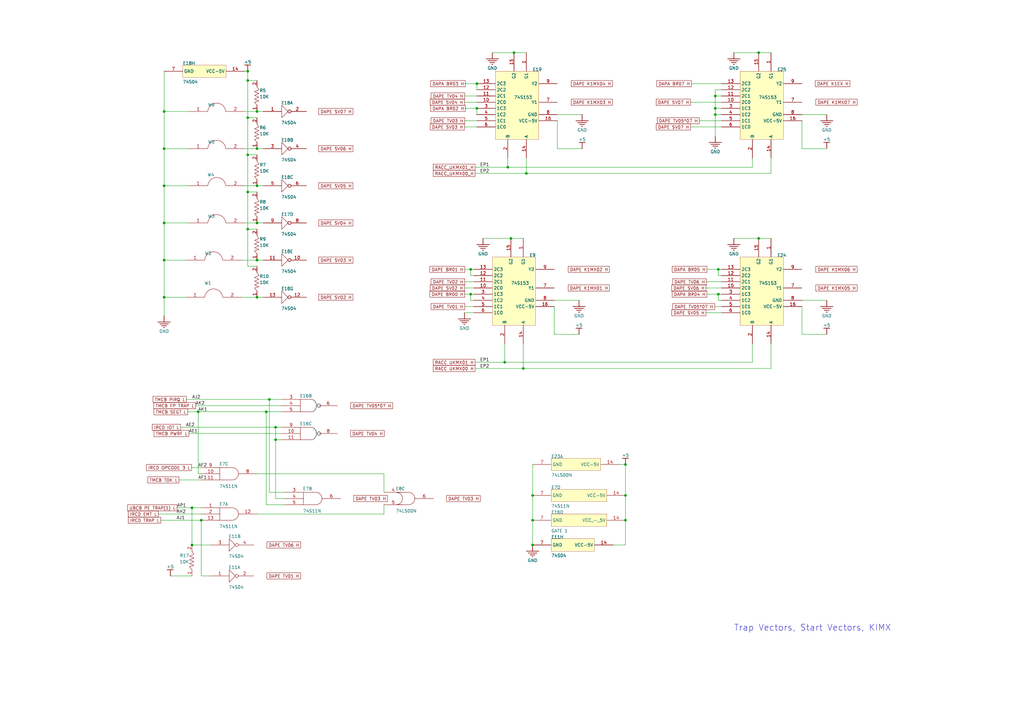
<source format=kicad_sch>
(kicad_sch (version 20250114) (generator "eeschema") (generator_version "9.0")
  (paper "A3")
  (title_block (title "TRAP VECTORS") (date "2025-01-19") (rev "1"))
  (lib_symbols
    (symbol "PDP 11 45-altium-import:+5_BAR" (power)
      (property "Value" "+5" (at 0 -3.81 0))
      (symbol "+5_BAR_0_0"
        (polyline (pts (xy -1.27 -2.54) (xy 1.27 -2.54)) (stroke (width 0.254)))
        (polyline (pts (xy 0 0) (xy 0 -2.54)) (stroke (width 0.254)))
        (pin power_in line (at 0 0 0) (length 0) (hide yes) (name "+5") (number ""))
      )
    )
    (symbol "PDP 11 45-altium-import:GND_POWER_GROUND" (power)
      (property "Value" "GND" (at 0 -6.35 0))
      (symbol "GND_POWER_GROUND_0_0"
        (polyline (pts (xy -2.54 -2.54) (xy 2.54 -2.54)) (stroke (width 0.254)))
        (polyline (pts (xy -1.778 -3.302) (xy 1.778 -3.302)) (stroke (width 0.254)))
        (polyline (pts (xy -1.016 -4.064) (xy 1.016 -4.064)) (stroke (width 0.254)))
        (polyline (pts (xy -0.254 -4.826) (xy 0.254 -4.826)) (stroke (width 0.254)))
        (polyline (pts (xy 0 0) (xy 0 -2.54)) (stroke (width 0.254)))
        (pin power_in line (at 0 0 0) (length 0) (hide yes) (name "GND") (number ""))
      )
    )
    (symbol "PDP 11 45-altium-import:root_0_74LS00N"
      (symbol "root_0_74LS00N_1_0"
        (rectangle (start 20.32 5.08) (end 0 0) (stroke (width 0.0254) (color 128 0 0 1)) (fill (type background)))
        (pin passive line (at -7.62 2.54 0) (length 7.62) (name "GND") (number "7"))
        (pin passive line (at 27.94 2.54 180) (length 7.62) (name "VCC-5V") (number "14"))
      )
      (symbol "root_0_74LS00N_2_0"
        (polyline (pts (xy 0 5.08) (xy 5.08 5.08)))
        (arc (start 0.0939 5.0412) (mid 2.503 2.5416) (end 0.097 0.0389))
        (polyline (pts (xy 0 0) (xy 5.08 0)))
        (arc (start 5.1739 5.0412) (mid 7.583 2.5416) (end 5.177 0.0389))
        (pin passive line (at -5.08 5.08 0) (length 7.62) (name "A1") (number "1"))
        (pin passive line (at -5.08 0 0) (length 7.62) (name "B1") (number "2"))
        (pin passive line (at 15.24 2.54 180) (length 7.62) (name "Y1") (number "3"))
      )
      (symbol "root_0_74LS00N_3_0"
        (polyline (pts (xy 0 5.08) (xy 5.08 5.08)))
        (arc (start 0.0939 5.0412) (mid 2.503 2.5416) (end 0.097 0.0389))
        (polyline (pts (xy 0 0) (xy 5.08 0)))
        (arc (start 5.1739 5.0412) (mid 7.583 2.5416) (end 5.177 0.0389))
        (pin passive line (at -5.08 5.08 0) (length 7.62) (name "A2") (number "4"))
        (pin passive line (at -5.08 0 0) (length 7.62) (name "B2") (number "5"))
        (pin passive line (at 15.24 2.54 180) (length 7.62) (name "Y2") (number "6"))
      )
      (symbol "root_0_74LS00N_4_0"
        (polyline (pts (xy 0 5.08) (xy 5.08 5.08)))
        (arc (start 0.0939 5.0412) (mid 2.503 2.5416) (end 0.097 0.0389))
        (polyline (pts (xy 0 0) (xy 5.08 0)))
        (arc (start 5.1739 5.0412) (mid 7.583 2.5416) (end 5.177 0.0389))
        (pin passive line (at -5.08 5.08 0) (length 7.62) (name "B3") (number "10"))
        (pin passive line (at -5.08 0 0) (length 7.62) (name "A3") (number "9"))
        (pin passive line (at 15.24 2.54 180) (length 7.62) (name "Y3") (number "8"))
      )
      (symbol "root_0_74LS00N_5_0"
        (polyline (pts (xy 0 5.08) (xy 5.08 5.08)))
        (arc (start 0.0939 5.0412) (mid 2.503 2.5416) (end 0.097 0.0389))
        (polyline (pts (xy 0 0) (xy 5.08 0)))
        (arc (start 5.1739 5.0412) (mid 7.583 2.5416) (end 5.177 0.0389))
        (pin passive line (at -5.08 5.08 0) (length 7.62) (name "A4") (number "12"))
        (pin passive line (at -5.08 0 0) (length 7.62) (name "B4") (number "13"))
        (pin passive line (at 15.24 2.54 180) (length 7.62) (name "Y4") (number "11"))
      )
    )
    (symbol "PDP 11 45-altium-import:root_0_74S04"
      (symbol "root_0_74S04_1_0"
        (polyline (pts (xy 7.62 -2.54) (xy 7.62 2.54) (xy 10.16 0) (xy 7.62 -2.54)))
        (pin input line (at 0 0 0) (length 7.62) (name "1A") (number "1"))
        (pin passive inverted (at 17.78 0 180) (length 7.62) (name "1Y") (number "2"))
      )
      (symbol "root_0_74S04_2_0"
        (polyline (pts (xy 7.62 -2.54) (xy 7.62 2.54) (xy 10.16 0) (xy 7.62 -2.54)))
        (pin input line (at 0 0 0) (length 7.62) (name "1A") (number "3"))
        (pin passive inverted (at 17.78 0 180) (length 7.62) (name "1Y") (number "4"))
      )
      (symbol "root_0_74S04_3_0"
        (polyline (pts (xy 7.62 -2.54) (xy 7.62 2.54) (xy 10.16 0) (xy 7.62 -2.54)))
        (pin input line (at 0 0 0) (length 7.62) (name "3A") (number "5"))
        (pin passive inverted (at 17.78 0 180) (length 7.62) (name "3Y") (number "6"))
      )
      (symbol "root_0_74S04_4_0"
        (polyline (pts (xy 7.62 -2.54) (xy 7.62 2.54) (xy 10.16 0) (xy 7.62 -2.54)))
        (pin input line (at 0 0 0) (length 7.62) (name "4A") (number "9"))
        (pin passive inverted (at 17.78 0 180) (length 7.62) (name "4Y") (number "8"))
      )
      (symbol "root_0_74S04_5_0"
        (polyline (pts (xy 7.62 -2.54) (xy 7.62 2.54) (xy 10.16 0) (xy 7.62 -2.54)))
        (pin input line (at 0 0 0) (length 7.62) (name "5A") (number "11"))
        (pin passive inverted (at 17.78 0 180) (length 7.62) (name "5Y") (number "10"))
      )
      (symbol "root_0_74S04_7_0"
        (polyline (pts (xy 7.62 -2.54) (xy 7.62 2.54) (xy 10.16 0) (xy 7.62 -2.54)))
        (pin input line (at 0 0 0) (length 7.62) (name "6A") (number "13"))
        (pin passive inverted (at 17.78 0 180) (length 7.62) (name "6Y") (number "12"))
      )
      (symbol "root_0_74S04_8_0"
        (rectangle (start 17.78 2.54) (end 0 -2.54) (stroke (width 0.0254) (color 128 0 0 1)) (fill (type background)))
        (pin passive line (at -7.62 0 0) (length 7.62) (name "GND") (number "7"))
        (pin passive line (at 25.4 0 180) (length 7.62) (name "VCC-5V") (number "14"))
      )
    )
    (symbol "PDP 11 45-altium-import:root_0_74S10"
      (symbol "root_0_74S10_1_0"
        (polyline (pts (xy 0 5.08) (xy 5.08 5.08)))
        (polyline (pts (xy 0 5.08) (xy 0 0)))
        (polyline (pts (xy 0 0) (xy 5.08 0)))
        (arc (start 5.2061 4.9717) (mid 6.614 2.5424) (end 5.2102 0.1106) (stroke (width 0) (color 0 0 0 1)))
        (circle (center 7.62 2.54) (radius 0.702) (stroke (width 0) (color 0 0 0 1)))
        (pin passive line (at -7.62 5.08 0) (length 7.62) (name "A1") (number "1"))
        (pin passive line (at -7.62 2.54 0) (length 7.62) (name "B1") (number "2"))
        (pin passive line (at -7.62 0 0) (length 7.62) (name "C1") (number "13"))
        (pin passive line (at 15.24 2.54 180) (length 7.62) (name "Y1") (number "12"))
      )
      (symbol "root_0_74S10_2_0"
        (polyline (pts (xy 0 5.08) (xy 5.08 5.08)))
        (polyline (pts (xy 0 5.08) (xy 0 0)))
        (polyline (pts (xy 0 0) (xy 5.08 0)))
        (arc (start 5.2061 4.9717) (mid 6.614 2.5424) (end 5.2102 0.1106) (stroke (width 0) (color 0 0 0 1)))
        (circle (center 7.62 2.54) (radius 0.702) (stroke (width 0) (color 0 0 0 1)))
        (pin passive line (at -7.62 5.08 0) (length 7.62) (name "A2") (number "3"))
        (pin passive line (at -7.62 2.54 0) (length 7.62) (name "B2") (number "4"))
        (pin passive line (at -7.62 0 0) (length 7.62) (name "C2") (number "5"))
        (pin passive line (at 15.24 2.54 180) (length 7.62) (name "Y2") (number "6"))
      )
      (symbol "root_0_74S10_3_0"
        (polyline (pts (xy 0 5.08) (xy 0 0)))
        (polyline (pts (xy 0 5.08) (xy 5.08 5.08)))
        (polyline (pts (xy 0 0) (xy 5.08 0)))
        (arc (start 5.2061 4.9717) (mid 6.614 2.5424) (end 5.2102 0.1106) (stroke (width 0) (color 0 0 0 1)))
        (circle (center 7.62 2.54) (radius 0.702) (stroke (width 0) (color 0 0 0 1)))
        (pin passive line (at -7.62 5.08 0) (length 7.62) (name "A3") (number "9"))
        (pin passive line (at -7.62 2.54 0) (length 7.62) (name "B3") (number "10"))
        (pin passive line (at -7.62 0 0) (length 7.62) (name "C3") (number "11"))
        (pin passive line (at 15.24 2.54 180) (length 7.62) (name "Y3") (number "8"))
      )
      (symbol "root_0_74S10_4_0"
        (rectangle (start 22.86 5.08) (end 0 0) (stroke (width 0.0254) (color 128 0 0 1)) (fill (type background)))
        (pin passive line (at -7.62 2.54 0) (length 7.62) (name "GND") (number "7"))
        (pin passive line (at 30.48 2.54 180) (length 7.62) (name "VCC_-_5V") (number "14"))
      )
    )
    (symbol "PDP 11 45-altium-import:root_0_74S11N"
      (symbol "root_0_74S11N_1_0"
        (polyline (pts (xy 50.8 25.4) (xy 45.72 25.4) (xy 45.72 20.32) (xy 50.8 20.32)))
        (arc (start 50.9279 25.3898) (mid 53.333 22.8614) (end 50.9307 20.3304))
        (pin passive line (at 38.1 25.4 0) (length 7.62) (name "1A") (number "1"))
        (pin passive line (at 38.1 22.86 0) (length 7.62) (name "1B") (number "2"))
        (pin passive line (at 38.1 20.32 0) (length 7.62) (name "1C") (number "13"))
        (pin passive line (at 60.96 22.86 180) (length 7.62) (name "1Y") (number "12"))
      )
      (symbol "root_0_74S11N_2_0"
        (polyline (pts (xy 5.08 5.08) (xy 0 5.08) (xy 0 0) (xy 5.08 0)))
        (arc (start 5.2079 5.0698) (mid 7.613 2.5414) (end 5.2107 0.0104))
        (pin passive line (at -7.62 5.08 0) (length 7.62) (name "2A") (number "3"))
        (pin passive line (at -7.62 2.54 0) (length 7.62) (name "2B") (number "4"))
        (pin passive line (at -7.62 0 0) (length 7.62) (name "2C") (number "5"))
        (pin passive line (at 15.24 2.54 180) (length 7.62) (name "2Y") (number "6"))
      )
      (symbol "root_0_74S11N_3_0"
        (polyline (pts (xy 5.08 5.08) (xy 0 5.08) (xy 0 0) (xy 5.08 0)))
        (arc (start 5.2079 5.0698) (mid 7.613 2.5414) (end 5.2107 0.0104))
        (pin passive line (at -7.62 5.08 0) (length 7.62) (name "3A") (number "9"))
        (pin passive line (at -7.62 2.54 0) (length 7.62) (name "3B") (number "10"))
        (pin passive line (at -7.62 0 0) (length 7.62) (name "3C") (number "11"))
        (pin passive line (at 15.24 2.54 180) (length 7.62) (name "3Y") (number "8"))
      )
      (symbol "root_0_74S11N_4_0"
        (rectangle (start 22.86 5.08) (end 0 0) (stroke (width 0.0254) (color 128 0 0 1)) (fill (type background)))
        (pin passive line (at -7.62 2.54 0) (length 7.62) (name "GND") (number "7"))
        (pin passive line (at 30.48 2.54 180) (length 7.62) (name "VCC-5V") (number "14"))
      )
    )
    (symbol "PDP 11 45-altium-import:root_0_74S153"
      (symbol "root_0_74S153_1_0"
        (rectangle (start 27.94 27.94) (end 10.16 0) (stroke (width 0.0254) (color 128 0 0 1)) (fill (type background)))
        (pin passive line (at 2.54 22.86 0) (length 7.62) (name "2C3") (number "13"))
        (pin passive line (at 2.54 20.32 0) (length 7.62) (name "2C2") (number "12"))
        (pin passive line (at 2.54 17.78 0) (length 7.62) (name "2C1") (number "11"))
        (pin passive line (at 2.54 15.24 0) (length 7.62) (name "2C0") (number "10"))
        (pin passive line (at 2.54 12.7 0) (length 7.62) (name "1C3") (number "3"))
        (pin passive line (at 2.54 10.16 0) (length 7.62) (name "1C2") (number "4"))
        (pin passive line (at 2.54 7.62 0) (length 7.62) (name "1C1") (number "5"))
        (pin passive line (at 2.54 5.08 0) (length 7.62) (name "1C0") (number "6"))
        (pin passive line (at 15.24 -7.62 90) (length 7.62) (name "B") (number "2"))
        (pin passive line (at 17.78 35.56 270) (length 7.62) (name "G2") (number "15"))
        (pin passive line (at 22.86 35.56 270) (length 7.62) (name "G1") (number "1"))
        (pin passive line (at 22.86 -7.62 90) (length 7.62) (name "A") (number "14"))
        (pin passive line (at 35.56 22.86 180) (length 7.62) (name "Y2") (number "9"))
        (pin passive line (at 35.56 15.24 180) (length 7.62) (name "Y1") (number "7"))
        (pin passive line (at 35.56 10.16 180) (length 7.62) (name "GND") (number "8"))
        (pin passive line (at 35.56 7.62 180) (length 7.62) (name "VCC-5V") (number "16"))
      )
    )
    (symbol "PDP 11 45-altium-import:root_0_Component_1" (pin_names (hide yes))
      (symbol "root_0_Component_1_1_0"
        (arc (start 7.765 -0.0112) (mid 11.4256 3.419) (end 15.0944 -0.0025))
        (pin passive line (at 0 0 0) (length 7.62) (name "1") (number "1"))
        (pin passive line (at 22.86 0 180) (length 7.62) (name "2") (number "2"))
      )
    )
    (symbol "PDP 11 45-altium-import:root_1_Resistor" (pin_names (hide yes))
      (symbol "root_1_Resistor_1_0"
        (polyline (pts (xy 0.762 8.89) (xy 0 10.16)))
        (polyline (pts (xy 0.762 7.366) (xy -1.016 6.604)))
        (polyline (pts (xy 0.762 7.366) (xy -1.016 8.128) (xy 0.762 8.89)))
        (polyline (pts (xy 0.762 4.318) (xy -1.016 5.08) (xy 0.762 5.842) (xy -1.016 6.604)))
        (polyline (pts (xy 0.762 4.318) (xy -1.016 3.81) (xy 0 2.54)))
        (pin passive line (at 0 12.7 270) (length 2.54) (name "") (number "2"))
        (pin passive line (at 0 0 90) (length 2.54) (name "") (number "1"))
      )
    )
  )
  (text "Trap Vectors, Start Vectors, KIMX" (at 300.99 259.08 0) (effects (font (size 2.54 2.54)) (justify left bottom)))
  (junction (at 101.6 29.21))
  (junction (at 101.6 78.74))
  (junction (at 67.31 106.68))
  (junction (at 193.04 110.49))
  (junction (at 195.58 44.45))
  (junction (at 67.31 91.44))
  (junction (at 193.04 120.65))
  (junction (at 105.41 121.92))
  (junction (at 256.54 203.2))
  (junction (at 67.31 60.96))
  (junction (at 208.28 68.58))
  (junction (at 82.55 213.36))
  (junction (at 293.37 46.99))
  (junction (at 294.64 120.65))
  (junction (at 218.44 213.36))
  (junction (at 105.41 60.96))
  (junction (at 110.49 163.83))
  (junction (at 101.6 48.26))
  (junction (at 105.41 45.72))
  (junction (at 195.58 34.29))
  (junction (at 311.15 97.79))
  (junction (at 67.31 121.92))
  (junction (at 209.55 97.79))
  (junction (at 67.31 76.2))
  (junction (at 113.03 180.34))
  (junction (at 215.9 71.12))
  (junction (at 293.37 44.45))
  (junction (at 101.6 93.98))
  (junction (at 218.44 223.52))
  (junction (at 207.01 148.59))
  (junction (at 214.63 151.13))
  (junction (at 256.54 213.36))
  (junction (at 105.41 91.44))
  (junction (at 210.82 21.59))
  (junction (at 105.41 106.68))
  (junction (at 256.54 190.5))
  (junction (at 67.31 45.72))
  (junction (at 105.41 76.2))
  (junction (at 293.37 39.37))
  (junction (at 78.74 208.28))
  (junction (at 109.22 168.91))
  (junction (at 78.74 223.52))
  (junction (at 218.44 203.2))
  (junction (at 294.64 110.49))
  (junction (at 113.03 175.26))
  (junction (at 81.28 168.91))
  (junction (at 101.6 33.02))
  (junction (at 311.15 21.59))
  (junction (at 101.6 63.5))
  (wire (pts (xy 238.76 46.99) (xy 228.6 46.99)))
  (wire (pts (xy 190.5 52.07) (xy 195.58 52.07)))
  (wire (pts (xy 193.04 123.19) (xy 194.31 123.19)))
  (wire (pts (xy 237.49 123.19) (xy 227.33 123.19)))
  (wire (pts (xy 109.22 207.01) (xy 109.22 168.91)))
  (wire (pts (xy 190.501 120.65) (xy 193.04 120.65)))
  (wire (pts (xy 67.31 121.92) (xy 67.31 129.54)))
  (wire (pts (xy 105.41 121.92) (xy 107.95 121.92)))
  (wire (pts (xy 81.28 168.91) (xy 109.22 168.91)))
  (wire (pts (xy 194.834 151.13) (xy 214.63 151.13)))
  (wire (pts (xy 101.6 48.26) (xy 101.6 63.5)))
  (wire (pts (xy 256.54 213.36) (xy 256.54 203.2)))
  (wire (pts (xy 339.09 123.19) (xy 328.93 123.19)))
  (wire (pts (xy 201.93 21.59) (xy 210.82 21.59)))
  (wire (pts (xy 82.55 236.22) (xy 86.36 236.22)))
  (wire (pts (xy 295.91 39.37) (xy 293.37 39.37)))
  (wire (pts (xy 308.61 148.59) (xy 308.61 140.97)))
  (wire (pts (xy 300.99 97.79) (xy 311.15 97.79)))
  (wire (pts (xy 218.44 213.36) (xy 218.44 223.52)))
  (wire (pts (xy 101.6 33.02) (xy 101.6 48.26)))
  (wire (pts (xy 194.834 71.12) (xy 215.9 71.12)))
  (wire (pts (xy 190.629 110.49) (xy 193.04 110.49)))
  (wire (pts (xy 67.31 45.72) (xy 67.31 60.96)))
  (wire (pts (xy 215.9 64.77) (xy 215.9 71.12)))
  (wire (pts (xy 208.28 68.58) (xy 308.61 68.58)))
  (wire (pts (xy 105.41 33.02) (xy 101.6 33.02)))
  (wire (pts (xy 105.41 194.31) (xy 157.48 194.31)))
  (wire (pts (xy 101.6 29.21) (xy 101.6 33.02)))
  (wire (pts (xy 76.963 168.91) (xy 81.28 168.91)))
  (wire (pts (xy 157.48 210.82) (xy 157.48 207.01)))
  (wire (pts (xy 311.15 97.79) (xy 316.23 97.79)))
  (wire (pts (xy 69.85 236.22) (xy 78.74 236.22)))
  (wire (pts (xy 78.74 208.28) (xy 78.74 223.52)))
  (wire (pts (xy 101.6 93.98) (xy 101.6 109.22)))
  (wire (pts (xy 283.594 34.29) (xy 295.91 34.29)))
  (wire (pts (xy 283.211 52.07) (xy 295.91 52.07)))
  (wire (pts (xy 65.911 213.36) (xy 82.55 213.36)))
  (wire (pts (xy 293.127 125.73) (xy 295.91 125.73)))
  (wire (pts (xy 256.54 190.5) (xy 256.54 203.2)))
  (wire (pts (xy 194.834 148.59) (xy 207.01 148.59)))
  (wire (pts (xy 193.04 110.49) (xy 193.04 113.03)))
  (wire (pts (xy 328.93 137.16) (xy 328.93 125.73)))
  (wire (pts (xy 209.55 97.79) (xy 214.63 97.79)))
  (wire (pts (xy 105.41 106.68) (xy 107.95 106.68)))
  (wire (pts (xy 78.74 223.52) (xy 86.36 223.52)))
  (wire (pts (xy 289.687 115.57) (xy 295.91 115.57)))
  (wire (pts (xy 207.01 148.59) (xy 308.61 148.59)))
  (wire (pts (xy 101.6 109.22) (xy 105.41 109.22)))
  (wire (pts (xy 208.28 64.77) (xy 208.28 68.58)))
  (wire (pts (xy 82.55 213.36) (xy 82.55 236.22)))
  (wire (pts (xy 113.03 180.34) (xy 115.57 180.34)))
  (wire (pts (xy 78.74 208.28) (xy 82.55 208.28)))
  (wire (pts (xy 193.04 120.65) (xy 193.04 123.19)))
  (wire (pts (xy 157.48 194.31) (xy 157.48 201.93)))
  (wire (pts (xy 64.89 210.82) (xy 82.55 210.82)))
  (wire (pts (xy 99.06 121.92) (xy 105.41 121.92)))
  (wire (pts (xy 110.49 201.93) (xy 116.84 201.93)))
  (wire (pts (xy 289.944 120.65) (xy 294.64 120.65)))
  (wire (pts (xy 218.44 190.5) (xy 218.44 203.2)))
  (wire (pts (xy 207.01 140.97) (xy 207.01 148.59)))
  (wire (pts (xy 214.63 140.97) (xy 214.63 151.13)))
  (wire (pts (xy 228.6 60.96) (xy 228.6 49.53)))
  (wire (pts (xy 193.04 110.49) (xy 194.31 110.49)))
  (wire (pts (xy 105.41 78.74) (xy 101.6 78.74)))
  (wire (pts (xy 67.31 106.68) (xy 67.31 121.92)))
  (wire (pts (xy 67.31 45.72) (xy 77.47 45.72)))
  (wire (pts (xy 190.627 115.57) (xy 194.31 115.57)))
  (wire (pts (xy 237.49 137.16) (xy 227.33 137.16)))
  (wire (pts (xy 67.31 60.96) (xy 67.31 76.2)))
  (wire (pts (xy 73.402 196.85) (xy 82.55 196.85)))
  (wire (pts (xy 110.49 163.83) (xy 110.49 201.93)))
  (wire (pts (xy 195.58 34.29) (xy 195.58 36.83)))
  (wire (pts (xy 238.76 60.96) (xy 228.6 60.96)))
  (wire (pts (xy 101.6 63.5) (xy 101.6 78.74)))
  (wire (pts (xy 256.54 190.5) (xy 254 190.5)))
  (wire (pts (xy 251.46 223.52) (xy 256.54 223.52)))
  (wire (pts (xy 293.37 36.83) (xy 293.37 39.37)))
  (wire (pts (xy 339.09 46.99) (xy 328.93 46.99)))
  (wire (pts (xy 289.561 118.11) (xy 295.91 118.11)))
  (wire (pts (xy 105.41 210.82) (xy 157.48 210.82)))
  (wire (pts (xy 76.2 121.92) (xy 67.31 121.92)))
  (wire (pts (xy 195.58 44.45) (xy 195.58 46.99)))
  (wire (pts (xy 214.63 151.13) (xy 316.23 151.13)))
  (wire (pts (xy 227.33 137.16) (xy 227.33 125.73)))
  (wire (pts (xy 105.41 45.72) (xy 107.95 45.72)))
  (wire (pts (xy 100.33 76.2) (xy 105.41 76.2)))
  (wire (pts (xy 194.834 68.58) (xy 208.28 68.58)))
  (wire (pts (xy 198.12 97.79) (xy 209.55 97.79)))
  (wire (pts (xy 294.64 110.49) (xy 295.91 110.49)))
  (wire (pts (xy 193.04 113.03) (xy 194.31 113.03)))
  (wire (pts (xy 81.28 194.31) (xy 82.55 194.31)))
  (wire (pts (xy 190.5 44.45) (xy 195.58 44.45)))
  (wire (pts (xy 190.627 125.73) (xy 194.31 125.73)))
  (wire (pts (xy 100.33 45.72) (xy 105.41 45.72)))
  (wire (pts (xy 218.44 203.2) (xy 218.44 213.36)))
  (wire (pts (xy 294.64 113.03) (xy 295.91 113.03)))
  (wire (pts (xy 289.944 110.49) (xy 294.64 110.49)))
  (wire (pts (xy 295.91 46.99) (xy 293.37 46.99)))
  (wire (pts (xy 190.5 49.53) (xy 195.58 49.53)))
  (wire (pts (xy 293.37 44.45) (xy 293.37 46.99)))
  (wire (pts (xy 99.06 106.68) (xy 105.41 106.68)))
  (wire (pts (xy 308.61 68.58) (xy 308.61 64.77)))
  (wire (pts (xy 105.41 60.96) (xy 100.33 60.96)))
  (wire (pts (xy 110.49 163.83) (xy 115.57 163.83)))
  (wire (pts (xy 101.6 48.26) (xy 105.41 48.26)))
  (wire (pts (xy 293.37 39.37) (xy 293.37 44.45)))
  (wire (pts (xy 76.2 106.68) (xy 67.31 106.68)))
  (wire (pts (xy 105.41 91.44) (xy 100.33 91.44)))
  (wire (pts (xy 74.03 175.26) (xy 113.03 175.26)))
  (wire (pts (xy 67.31 29.21) (xy 67.31 45.72)))
  (wire (pts (xy 78.564 191.77) (xy 82.55 191.77)))
  (wire (pts (xy 190.501 118.11) (xy 194.31 118.11)))
  (wire (pts (xy 295.91 36.83) (xy 293.37 36.83)))
  (wire (pts (xy 311.15 21.59) (xy 316.23 21.59)))
  (wire (pts (xy 294.64 120.65) (xy 294.64 123.19)))
  (wire (pts (xy 67.31 91.44) (xy 67.31 106.68)))
  (wire (pts (xy 295.91 44.45) (xy 293.37 44.45)))
  (wire (pts (xy 294.64 120.65) (xy 295.91 120.65)))
  (wire (pts (xy 339.09 137.16) (xy 328.93 137.16)))
  (wire (pts (xy 316.23 71.12) (xy 316.23 64.77)))
  (wire (pts (xy 76.454 163.83) (xy 110.49 163.83)))
  (wire (pts (xy 101.6 78.74) (xy 101.6 93.98)))
  (wire (pts (xy 100.33 29.21) (xy 101.6 29.21)))
  (wire (pts (xy 256.54 223.52) (xy 256.54 213.36)))
  (wire (pts (xy 190.5 128.27) (xy 194.31 128.27)))
  (wire (pts (xy 113.03 180.34) (xy 113.03 204.47)))
  (wire (pts (xy 81.28 168.91) (xy 81.28 194.31)))
  (wire (pts (xy 190.5 41.91) (xy 195.58 41.91)))
  (wire (pts (xy 300.99 21.59) (xy 311.15 21.59)))
  (wire (pts (xy 107.95 60.96) (xy 105.41 60.96)))
  (wire (pts (xy 190.5 39.37) (xy 195.58 39.37)))
  (wire (pts (xy 107.95 91.44) (xy 105.41 91.44)))
  (wire (pts (xy 105.41 93.98) (xy 101.6 93.98)))
  (wire (pts (xy 113.03 175.26) (xy 113.03 180.34)))
  (wire (pts (xy 283.211 41.91) (xy 295.91 41.91)))
  (wire (pts (xy 67.31 76.2) (xy 67.31 91.44)))
  (wire (pts (xy 77.47 76.2) (xy 67.31 76.2)))
  (wire (pts (xy 210.82 21.59) (xy 215.9 21.59)))
  (wire (pts (xy 72.602 208.28) (xy 78.74 208.28)))
  (wire (pts (xy 294.64 123.19) (xy 295.91 123.19)))
  (wire (pts (xy 316.23 151.13) (xy 316.23 140.97)))
  (wire (pts (xy 328.93 60.96) (xy 328.93 49.53)))
  (wire (pts (xy 105.41 76.2) (xy 107.95 76.2)))
  (wire (pts (xy 116.84 207.01) (xy 109.22 207.01)))
  (wire (pts (xy 77.474 177.8) (xy 115.57 177.8)))
  (wire (pts (xy 105.41 63.5) (xy 101.6 63.5)))
  (wire (pts (xy 77.47 60.96) (xy 67.31 60.96)))
  (wire (pts (xy 294.64 110.49) (xy 294.64 113.03)))
  (wire (pts (xy 77.47 91.44) (xy 67.31 91.44)))
  (wire (pts (xy 289.561 128.27) (xy 295.91 128.27)))
  (wire (pts (xy 215.9 71.12) (xy 316.23 71.12)))
  (wire (pts (xy 113.03 204.47) (xy 116.84 204.47)))
  (wire (pts (xy 190.5 34.29) (xy 195.58 34.29)))
  (wire (pts (xy 109.22 168.91) (xy 115.57 168.91)))
  (wire (pts (xy 193.04 120.65) (xy 194.31 120.65)))
  (wire (pts (xy 286.777 49.53) (xy 295.91 49.53)))
  (wire (pts (xy 80.216 166.37) (xy 115.57 166.37)))
  (wire (pts (xy 293.37 46.99) (xy 293.37 55.88)))
  (wire (pts (xy 113.03 175.26) (xy 115.57 175.26)))
  (wire (pts (xy 339.09 60.96) (xy 328.93 60.96)))
  (label "AK1" (at 81.28 168.91 0))
  (label "AE2" (at 76.2 175.26 0))
  (label "EP1" (at 196.85 148.59 0))
  (label "EP2" (at 196.85 151.13 0))
  (label "AJ1" (at 72.39 213.36 0))
  (label "AE1" (at 77.474 177.8 0))
  (label "AF2" (at 81.28 191.77 0))
  (label "AH2" (at 72.39 210.82 0))
  (label "EP2" (at 196.85 71.12 0))
  (label "AP1" (at 72.602 208.28 0))
  (label "AK2" (at 80.216 166.37 0))
  (label "AF1" (at 81.28 196.85 0))
  (label "AJ2" (at 78.74 163.83 0))
  (label "EP1" (at 196.85 68.58 0))
  (global_label "DAPA BR03 H" (shape passive) (at 190.884 34.29 180) (property "Intersheetrefs" "${INTERSHEET_REFS}" (at 176.0682 34.29 0) (effects (justify right))))
  (global_label "DAPE TV01 H" (shape passive) (at 123.317 236.22 180) (property "Intersheetrefs" "${INTERSHEET_REFS}" (at 108.9246 236.22 0) (effects (justify right))))
  (global_label "TMCB SEGT L" (shape passive) (at 76.963 168.91 180) (property "Intersheetrefs" "${INTERSHEET_REFS}" (at 62.5707 168.91 0) (effects (justify right))))
  (global_label "DAPE SV05 H" (shape passive) (at 144.781 76.2 180) (property "Intersheetrefs" "${INTERSHEET_REFS}" (at 130.1467 76.2 0) (effects (justify right))))
  (global_label "DAPE TV05*07 H" (shape passive) (at 293.127 125.73 180) (property "Intersheetrefs" "${INTERSHEET_REFS}" (at 275.348 125.73 0) (effects (justify right))))
  (global_label "DAPE TV06 H" (shape passive) (at 123.317 223.52 180) (property "Intersheetrefs" "${INTERSHEET_REFS}" (at 108.9246 223.52 0) (effects (justify right))))
  (global_label "DAPE K1MX04 H" (shape passive) (at 251.218 34.29 180) (property "Intersheetrefs" "${INTERSHEET_REFS}" (at 233.7414 34.29 0) (effects (justify right))))
  (global_label "DAPE SV05 H" (shape passive) (at 289.561 128.27 180) (property "Intersheetrefs" "${INTERSHEET_REFS}" (at 274.9267 128.27 0) (effects (justify right))))
  (global_label "DAPE TV03 H" (shape passive) (at 196.977 204.47 180) (property "Intersheetrefs" "${INTERSHEET_REFS}" (at 182.5846 204.47 0) (effects (justify right))))
  (global_label "RACC_UKMX00_H" (shape passive) (at 194.834 71.12 180) (property "Intersheetrefs" "${INTERSHEET_REFS}" (at 177.1154 71.12 0) (effects (justify right))))
  (global_label "DAPE TV03 H" (shape passive) (at 158.877 204.47 180) (property "Intersheetrefs" "${INTERSHEET_REFS}" (at 144.4846 204.47 0) (effects (justify right))))
  (global_label "DAPE SV07 H" (shape passive) (at 144.781 45.72 180) (property "Intersheetrefs" "${INTERSHEET_REFS}" (at 130.1467 45.72 0) (effects (justify right))))
  (global_label "DAPE TV06 H" (shape passive) (at 289.687 115.57 180) (property "Intersheetrefs" "${INTERSHEET_REFS}" (at 275.2946 115.57 0) (effects (justify right))))
  (global_label "DAPE SV04 H" (shape passive) (at 144.781 91.44 180) (property "Intersheetrefs" "${INTERSHEET_REFS}" (at 130.1467 91.44 0) (effects (justify right))))
  (global_label "DAPE TV04 H" (shape passive) (at 157.607 177.8 180) (property "Intersheetrefs" "${INTERSHEET_REFS}" (at 143.2146 177.8 0) (effects (justify right))))
  (global_label "DAPE SV04 H" (shape passive) (at 190.501 41.91 180) (property "Intersheetrefs" "${INTERSHEET_REFS}" (at 175.8667 41.91 0) (effects (justify right))))
  (global_label "DAPE SV03 H" (shape passive) (at 190.501 52.07 180) (property "Intersheetrefs" "${INTERSHEET_REFS}" (at 175.8667 52.07 0) (effects (justify right))))
  (global_label "DAPE TV05*07 H" (shape passive) (at 161.047 166.37 180) (property "Intersheetrefs" "${INTERSHEET_REFS}" (at 143.268 166.37 0) (effects (justify right))))
  (global_label "DAPE SV06 H" (shape passive) (at 289.561 118.11 180) (property "Intersheetrefs" "${INTERSHEET_REFS}" (at 274.9267 118.11 0) (effects (justify right))))
  (global_label "RACC UKMX00 H" (shape passive) (at 194.834 151.13 180) (property "Intersheetrefs" "${INTERSHEET_REFS}" (at 177.1154 151.13 0) (effects (justify right))))
  (global_label "DAPA BR07 H" (shape passive) (at 283.594 34.29 180) (property "Intersheetrefs" "${INTERSHEET_REFS}" (at 268.7782 34.29 0) (effects (justify right))))
  (global_label "RACC UKMX01 H" (shape passive) (at 194.834 148.59 180) (property "Intersheetrefs" "${INTERSHEET_REFS}" (at 177.1154 148.59 0) (effects (justify right))))
  (global_label "DAPA BR04 H" (shape passive) (at 289.944 120.65 180) (property "Intersheetrefs" "${INTERSHEET_REFS}" (at 275.1282 120.65 0) (effects (justify right))))
  (global_label "DAPE K1MX06 H" (shape passive) (at 351.548 110.49 180) (property "Intersheetrefs" "${INTERSHEET_REFS}" (at 334.0714 110.49 0) (effects (justify right))))
  (global_label "DAPE K1MX03 H" (shape passive) (at 251.218 41.91 180) (property "Intersheetrefs" "${INTERSHEET_REFS}" (at 233.7414 41.91 0) (effects (justify right))))
  (global_label "DAPE K1MX07 H" (shape passive) (at 351.548 41.91 180) (property "Intersheetrefs" "${INTERSHEET_REFS}" (at 334.0714 41.91 0) (effects (justify right))))
  (global_label "DAPE SV02 H" (shape passive) (at 144.781 121.92 180) (property "Intersheetrefs" "${INTERSHEET_REFS}" (at 130.1467 121.92 0) (effects (justify right))))
  (global_label "DAPE BR00 H" (shape passive) (at 190.629 120.65 180) (property "Intersheetrefs" "${INTERSHEET_REFS}" (at 175.7528 120.65 0) (effects (justify right))))
  (global_label "DAPE SV03 H" (shape passive) (at 144.781 106.68 180) (property "Intersheetrefs" "${INTERSHEET_REFS}" (at 130.1467 106.68 0) (effects (justify right))))
  (global_label "IRCD OPCODE 3 L" (shape passive) (at 78.564 191.77 180) (property "Intersheetrefs" "${INTERSHEET_REFS}" (at 59.5149 191.77 0) (effects (justify right))))
  (global_label "IRCD IOT L" (shape passive) (at 74.03 175.26 180) (property "Intersheetrefs" "${INTERSHEET_REFS}" (at 61.8751 175.26 0) (effects (justify right))))
  (global_label "DAPA BR02 H" (shape passive) (at 190.884 44.45 180) (property "Intersheetrefs" "${INTERSHEET_REFS}" (at 176.0682 44.45 0) (effects (justify right))))
  (global_label "TMCB TOK L" (shape passive) (at 73.402 196.85 180) (property "Intersheetrefs" "${INTERSHEET_REFS}" (at 60.0377 196.85 0) (effects (justify right))))
  (global_label "DAPE BR01 H" (shape passive) (at 190.629 110.49 180) (property "Intersheetrefs" "${INTERSHEET_REFS}" (at 175.7528 110.49 0) (effects (justify right))))
  (global_label "DAPE TV02 H" (shape passive) (at 190.627 115.57 180) (property "Intersheetrefs" "${INTERSHEET_REFS}" (at 176.2346 115.57 0) (effects (justify right))))
  (global_label "DAPE SV06 H" (shape passive) (at 144.781 60.96 180) (property "Intersheetrefs" "${INTERSHEET_REFS}" (at 130.1467 60.96 0) (effects (justify right))))
  (global_label "TMCB PIRQ L" (shape passive) (at 76.454 163.83 180) (property "Intersheetrefs" "${INTERSHEET_REFS}" (at 62.1825 163.83 0) (effects (justify right))))
  (global_label "TMCB PWRF L" (shape passive) (at 77.474 177.8 180) (property "Intersheetrefs" "${INTERSHEET_REFS}" (at 62.5978 177.8 0) (effects (justify right))))
  (global_label "DAPE TV05*07 H" (shape passive) (at 286.777 49.53 180) (property "Intersheetrefs" "${INTERSHEET_REFS}" (at 268.998 49.53 0) (effects (justify right))))
  (global_label "UBCB PE TRAP(1) L" (shape passive) (at 72.602 208.28 180) (property "Intersheetrefs" "${INTERSHEET_REFS}" (at 51.7386 208.28 0) (effects (justify right))))
  (global_label "DAPE SV02 H" (shape passive) (at 190.501 118.11 180) (property "Intersheetrefs" "${INTERSHEET_REFS}" (at 175.8667 118.11 0) (effects (justify right))))
  (global_label "IRCD TRAP L" (shape passive) (at 65.911 213.36 180) (property "Intersheetrefs" "${INTERSHEET_REFS}" (at 52.0628 213.36 0) (effects (justify right))))
  (global_label "DAPE K1MX05 H" (shape passive) (at 351.548 118.11 180) (property "Intersheetrefs" "${INTERSHEET_REFS}" (at 334.0714 118.11 0) (effects (justify right))))
  (global_label "DAPE K1EX H" (shape passive) (at 348.616 34.29 180) (property "Intersheetrefs" "${INTERSHEET_REFS}" (at 333.8608 34.29 0) (effects (justify right))))
  (global_label "DAPE TV03 H" (shape passive) (at 190.627 49.53 180) (property "Intersheetrefs" "${INTERSHEET_REFS}" (at 176.2346 49.53 0) (effects (justify right))))
  (global_label "DAPE TV04 H" (shape passive) (at 190.627 39.37 180) (property "Intersheetrefs" "${INTERSHEET_REFS}" (at 176.2346 39.37 0) (effects (justify right))))
  (global_label "TMCB FP TRAP L" (shape passive) (at 80.216 166.37 180) (property "Intersheetrefs" "${INTERSHEET_REFS}" (at 62.4974 166.37 0) (effects (justify right))))
  (global_label "DAPE SV07 H" (shape passive) (at 283.211 52.07 180) (property "Intersheetrefs" "${INTERSHEET_REFS}" (at 268.5767 52.07 0) (effects (justify right))))
  (global_label "DAPE SV07 H" (shape passive) (at 283.211 41.91 180) (property "Intersheetrefs" "${INTERSHEET_REFS}" (at 268.5767 41.91 0) (effects (justify right))))
  (global_label "DAPE K1MX01 H" (shape passive) (at 249.948 118.11 180) (property "Intersheetrefs" "${INTERSHEET_REFS}" (at 232.4714 118.11 0) (effects (justify right))))
  (global_label "IRCD EMT L" (shape passive) (at 64.89 210.82 180) (property "Intersheetrefs" "${INTERSHEET_REFS}" (at 52.07 210.82 0) (effects (justify right))))
  (global_label "DAPE TV01 H" (shape passive) (at 190.627 125.73 180) (property "Intersheetrefs" "${INTERSHEET_REFS}" (at 176.2346 125.73 0) (effects (justify right))))
  (global_label "DAPA BR05 H" (shape passive) (at 289.944 110.49 180) (property "Intersheetrefs" "${INTERSHEET_REFS}" (at 275.1282 110.49 0) (effects (justify right))))
  (global_label "RACC_UKMX01_H" (shape passive) (at 194.834 68.58 180) (property "Intersheetrefs" "${INTERSHEET_REFS}" (at 177.1154 68.58 0) (effects (justify right))))
  (global_label "DAPE K1MX02 H" (shape passive) (at 249.948 110.49 180) (property "Intersheetrefs" "${INTERSHEET_REFS}" (at 232.4714 110.49 0) (effects (justify right))))
  (symbol (lib_id "PDP 11 45-altium-import:root_0_74S04") (at 226.06 223.52 0) (unit 8)
    (property "Reference" "E11" (at 226.06 220.98 0) (effects (justify left bottom)))
    (property "Value" "74S04" (at 226.06 228.6 0) (effects (justify left bottom)))
    (property "Footprint" "DIP14-300" (effects (hide yes)))
    (property "SUPPLIER 1" "Mouser" (effects (hide yes)))
    (property "SUPPLIER PART NUMBER 1" "595-SN74S04N" (effects (hide yes)))
  )
  (symbol (lib_id "PDP 11 45-altium-import:root_0_74S153") (at 293.37 133.35 0) (unit 1)
    (property "Reference" "E24" (at 318.77 105.41 0) (effects (justify left bottom)))
    (property "Value" "74S153" (at 311.15 116.84 0) (effects (justify left bottom)))
    (property "Footprint" "DIP16" (effects (hide yes)))
    (property "SUPPLIER 1" "Rochester Electronics" (effects (hide yes)))
    (property "SUPPLIER PART NUMBER 1" "DM74S153N" (effects (hide yes)))
  )
  (symbol (lib_id "PDP 11 45-altium-import:+5_BAR") (at 339.09 137.16 180) (unit 1)
    (property "Reference" "#PWR019" (effects (hide yes)))
    (property "Value" "+5" (at 339.09 133.35 0))
  )
  (symbol (lib_id "PDP 11 45-altium-import:GND_POWER_GROUND") (at 201.93 21.59 0) (unit 1)
    (property "Reference" "#PWR06" (effects (hide yes)))
    (property "Value" "GND" (at 201.93 27.94 0))
  )
  (symbol (lib_id "PDP 11 45-altium-import:root_0_74S04") (at 107.95 91.44 0) (unit 4)
    (property "Reference" "E17" (at 115.316 88.646 0) (effects (justify left bottom)))
    (property "Value" "74S04" (at 115.316 96.774 0) (effects (justify left bottom)))
    (property "Footprint" "DIP14-300" (effects (hide yes)))
    (property "DESIGN ITEM ID" "74S04" (effects (hide yes)))
    (property "SOURCE" "74S04.SchLib" (effects (hide yes)))
  )
  (symbol (lib_id "PDP 11 45-altium-import:root_0_Component_1") (at 77.47 91.44 0) (unit 1)
    (property "Reference" "W3" (at 85.227 89.41 0) (effects (justify left bottom)))
    (property "Value" "Component_1" (effects (hide yes)))
    (property "Footprint" "PCBComponent_1" (effects (hide yes)))
    (property "DESIGN ITEM ID" "Component_1" (effects (hide yes)))
    (property "SOURCE" "wire wrap posts.SchLib" (effects (hide yes)))
  )
  (symbol (lib_id "PDP 11 45-altium-import:+5_BAR") (at 69.85 236.22 180) (unit 1)
    (property "Reference" "#PWR02" (effects (hide yes)))
    (property "Value" "+5" (at 69.85 232.41 0))
  )
  (symbol (lib_id "PDP 11 45-altium-import:+5_BAR") (at 238.76 60.96 180) (unit 1)
    (property "Reference" "#PWR011" (effects (hide yes)))
    (property "Value" "+5" (at 238.76 57.15 0))
  )
  (symbol (lib_id "PDP 11 45-altium-import:+5_BAR") (at 339.09 60.96 180) (unit 1)
    (property "Reference" "#PWR017" (effects (hide yes)))
    (property "Value" "+5" (at 339.09 57.15 0))
  )
  (symbol (lib_id "PDP 11 45-altium-import:root_0_Component_1") (at 76.2 106.68 0) (unit 1)
    (property "Reference" "W2" (at 83.957 104.65 0) (effects (justify left bottom)))
    (property "Value" "Component_1" (effects (hide yes)))
    (property "Footprint" "PCBComponent_1" (effects (hide yes)))
    (property "DESIGN ITEM ID" "Component_1" (effects (hide yes)))
    (property "SOURCE" "wire wrap posts.SchLib" (effects (hide yes)))
  )
  (symbol (lib_id "PDP 11 45-altium-import:root_0_74S11N") (at 44.45 233.68 0) (unit 1)
    (property "Reference" "E7" (at 89.916 207.518 0) (effects (justify left bottom)))
    (property "Value" "74S11N" (at 89.916 216.662 0) (effects (justify left bottom)))
    (property "Footprint" "DIP14-300" (effects (hide yes)))
    (property "SUPPLIER 1" "Rochester Electronics" (effects (hide yes)))
    (property "SUPPLIER PART NUMBER 1" "SN74S11N" (effects (hide yes)))
  )
  (symbol (lib_id "PDP 11 45-altium-import:+5_BAR") (at 256.54 190.5 180) (unit 1)
    (property "Reference" "#PWR012" (effects (hide yes)))
    (property "Value" "+5" (at 256.54 186.69 0))
  )
  (symbol (lib_id "PDP 11 45-altium-import:root_1_Resistor") (at 105.41 60.96 0) (unit 1)
    (property "Reference" "R6" (at 106.426 53.086 0) (effects (justify left bottom)))
    (property "Value" "10K" (at 106.426 55.626 0) (effects (justify left bottom)))
    (property "Footprint" "Axial 0.6" (effects (hide yes)))
    (property "SUPPLIER 1" "Digikey" (effects (hide yes)))
    (property "SUPPLIER PART NUMBER 1" "2019-CF1/4C561J-ND" (effects (hide yes)))
    (property "SUPPLIER 2" "Digikey" (effects (hide yes)))
    (property "SUPPLIER PART NUMBER 2" "273-OK1515E-R52CT-ND" (effects (hide yes)))
  )
  (symbol (lib_id "PDP 11 45-altium-import:root_0_74S04") (at 86.36 236.22 0) (unit 1)
    (property "Reference" "E11" (at 93.726 233.426 0) (effects (justify left bottom)))
    (property "Value" "74S04" (at 93.726 241.554 0) (effects (justify left bottom)))
    (property "Footprint" "DIP14-300" (effects (hide yes)))
    (property "SUPPLIER 1" "Mouser" (effects (hide yes)))
    (property "SUPPLIER PART NUMBER 1" "595-SN74S04N" (effects (hide yes)))
  )
  (symbol (lib_id "PDP 11 45-altium-import:GND_POWER_GROUND") (at 339.09 123.19 0) (unit 1)
    (property "Reference" "#PWR018" (effects (hide yes)))
    (property "Value" "GND" (at 339.09 129.54 0))
  )
  (symbol (lib_id "PDP 11 45-altium-import:root_0_74S04") (at 107.95 121.92 0) (unit 7)
    (property "Reference" "E18" (at 115.316 119.126 0) (effects (justify left bottom)))
    (property "Value" "74S04" (at 115.316 127.254 0) (effects (justify left bottom)))
    (property "Footprint" "DIP14-300" (effects (hide yes)))
    (property "DESIGN ITEM ID" "74S04" (effects (hide yes)))
    (property "SOURCE" "74S04.SchLib" (effects (hide yes)))
  )
  (symbol (lib_id "PDP 11 45-altium-import:root_0_Component_1") (at 77.47 45.72 0) (unit 1)
    (property "Reference" "W6" (at 85.227 43.69 0) (effects (justify left bottom)))
    (property "Value" "Component_1" (effects (hide yes)))
    (property "Footprint" "PCBComponent_1" (effects (hide yes)))
    (property "DESIGN ITEM ID" "Component_1" (effects (hide yes)))
    (property "SOURCE" "wire wrap posts.SchLib" (effects (hide yes)))
  )
  (symbol (lib_id "PDP 11 45-altium-import:GND_POWER_GROUND") (at 67.31 129.54 0) (unit 1)
    (property "Reference" "#PWR01" (effects (hide yes)))
    (property "Value" "GND" (at 67.31 135.89 0))
  )
  (symbol (lib_id "PDP 11 45-altium-import:root_0_74S153") (at 293.37 57.15 0) (unit 1)
    (property "Reference" "E25" (at 318.77 29.21 0) (effects (justify left bottom)))
    (property "Value" "74S153" (at 311.15 40.64 0) (effects (justify left bottom)))
    (property "Footprint" "DIP16" (effects (hide yes)))
    (property "SUPPLIER 1" "Rochester Electronics" (effects (hide yes)))
    (property "SUPPLIER PART NUMBER 1" "DM74S153N" (effects (hide yes)))
  )
  (symbol (lib_id "PDP 11 45-altium-import:root_0_74S04") (at 107.95 45.72 0) (unit 1)
    (property "Reference" "E18" (at 115.316 42.926 0) (effects (justify left bottom)))
    (property "Value" "74S04" (at 115.316 51.054 0) (effects (justify left bottom)))
    (property "Footprint" "DIP14-300" (effects (hide yes)))
    (property "DESIGN ITEM ID" "74S04" (effects (hide yes)))
    (property "SOURCE" "74S04.SchLib" (effects (hide yes)))
  )
  (symbol (lib_id "PDP 11 45-altium-import:root_0_74S11N") (at 90.17 196.85 0) (unit 3)
    (property "Reference" "E7" (at 89.916 191.008 0) (effects (justify left bottom)))
    (property "Value" "74S11N" (at 89.916 200.152 0) (effects (justify left bottom)))
    (property "Footprint" "DIP14-300" (effects (hide yes)))
    (property "SUPPLIER 1" "Rochester Electronics" (effects (hide yes)))
    (property "SUPPLIER PART NUMBER 1" "SN74S11N" (effects (hide yes)))
  )
  (symbol (lib_id "PDP 11 45-altium-import:root_0_74S04") (at 74.93 29.21 0) (unit 8)
    (property "Reference" "E18" (at 74.93 26.67 0) (effects (justify left bottom)))
    (property "Value" "74S04" (at 74.93 34.29 0) (effects (justify left bottom)))
    (property "Footprint" "DIP14-300" (effects (hide yes)))
    (property "DESIGN ITEM ID" "74S04" (effects (hide yes)))
    (property "SOURCE" "74S04.SchLib" (effects (hide yes)))
  )
  (symbol (lib_id "PDP 11 45-altium-import:root_0_Component_1") (at 76.2 121.92 0) (unit 1)
    (property "Reference" "W1" (at 83.82 116.84 0) (effects (justify left bottom)))
    (property "Value" "Component_1" (effects (hide yes)))
    (property "Footprint" "PCBComponent_1" (effects (hide yes)))
    (property "DESIGN ITEM ID" "Component_1" (effects (hide yes)))
    (property "SOURCE" "wire wrap posts.SchLib" (effects (hide yes)))
  )
  (symbol (lib_id "PDP 11 45-altium-import:root_1_Resistor") (at 105.41 106.68 0) (unit 1)
    (property "Reference" "R9" (at 106.426 98.806 0) (effects (justify left bottom)))
    (property "Value" "10K" (at 106.426 101.346 0) (effects (justify left bottom)))
    (property "Footprint" "Axial 0.6" (effects (hide yes)))
    (property "SUPPLIER 1" "Digikey" (effects (hide yes)))
    (property "SUPPLIER PART NUMBER 1" "2019-CF1/4C561J-ND" (effects (hide yes)))
    (property "SUPPLIER 2" "Digikey" (effects (hide yes)))
    (property "SUPPLIER PART NUMBER 2" "273-OK1515E-R52CT-ND" (effects (hide yes)))
  )
  (symbol (lib_id "PDP 11 45-altium-import:root_0_74S04") (at 86.36 223.52 0) (unit 2)
    (property "Reference" "E11" (at 93.726 220.726 0) (effects (justify left bottom)))
    (property "Value" "74S04" (at 93.726 228.854 0) (effects (justify left bottom)))
    (property "Footprint" "DIP14-300" (effects (hide yes)))
    (property "SUPPLIER 1" "Mouser" (effects (hide yes)))
    (property "SUPPLIER PART NUMBER 1" "595-SN74S04N" (effects (hide yes)))
  )
  (symbol (lib_id "PDP 11 45-altium-import:+5_BAR") (at 101.6 29.21 180) (unit 1)
    (property "Reference" "#PWR03" (effects (hide yes)))
    (property "Value" "+5" (at 101.6 25.4 0))
  )
  (symbol (lib_id "PDP 11 45-altium-import:GND_POWER_GROUND") (at 293.37 55.88 0) (unit 1)
    (property "Reference" "#PWR013" (effects (hide yes)))
    (property "Value" "GND" (at 293.37 62.23 0))
  )
  (symbol (lib_id "PDP 11 45-altium-import:GND_POWER_GROUND") (at 300.99 97.79 0) (unit 1)
    (property "Reference" "#PWR015" (effects (hide yes)))
    (property "Value" "GND" (at 300.99 104.14 0))
  )
  (symbol (lib_id "PDP 11 45-altium-import:root_0_Component_1") (at 77.47 76.2 0) (unit 1)
    (property "Reference" "W4" (at 85.09 72.39 0) (effects (justify left bottom)))
    (property "Value" "Component_1" (effects (hide yes)))
    (property "Footprint" "PCBComponent_1" (effects (hide yes)))
    (property "DESIGN ITEM ID" "Component_1" (effects (hide yes)))
    (property "SOURCE" "wire wrap posts.SchLib" (effects (hide yes)))
  )
  (symbol (lib_id "PDP 11 45-altium-import:root_0_74S11N") (at 124.46 207.01 0) (unit 2)
    (property "Reference" "E7" (at 124.206 201.168 0) (effects (justify left bottom)))
    (property "Value" "74S11N" (at 124.206 210.312 0) (effects (justify left bottom)))
    (property "Footprint" "DIP14-300" (effects (hide yes)))
    (property "SUPPLIER 1" "Rochester Electronics" (effects (hide yes)))
    (property "SUPPLIER PART NUMBER 1" "SN74S11N" (effects (hide yes)))
  )
  (symbol (lib_id "PDP 11 45-altium-import:GND_POWER_GROUND") (at 300.99 21.59 0) (unit 1)
    (property "Reference" "#PWR014" (effects (hide yes)))
    (property "Value" "GND" (at 300.99 27.94 0))
  )
  (symbol (lib_id "PDP 11 45-altium-import:root_0_74S04") (at 107.95 76.2 0) (unit 3)
    (property "Reference" "E18" (at 115.316 73.406 0) (effects (justify left bottom)))
    (property "Value" "74S04" (at 115.316 81.534 0) (effects (justify left bottom)))
    (property "Footprint" "DIP14-300" (effects (hide yes)))
    (property "DESIGN ITEM ID" "74S04" (effects (hide yes)))
    (property "SOURCE" "74S04.SchLib" (effects (hide yes)))
  )
  (symbol (lib_id "PDP 11 45-altium-import:root_1_Resistor") (at 105.41 91.44 0) (unit 1)
    (property "Reference" "R8" (at 106.426 83.566 0) (effects (justify left bottom)))
    (property "Value" "10K" (at 106.426 86.106 0) (effects (justify left bottom)))
    (property "Footprint" "Axial 0.6" (effects (hide yes)))
    (property "SUPPLIER 1" "Digikey" (effects (hide yes)))
    (property "SUPPLIER PART NUMBER 1" "2019-CF1/4C561J-ND" (effects (hide yes)))
    (property "SUPPLIER 2" "Digikey" (effects (hide yes)))
    (property "SUPPLIER PART NUMBER 2" "273-OK1515E-R52CT-ND" (effects (hide yes)))
  )
  (symbol (lib_id "PDP 11 45-altium-import:root_0_74S153") (at 191.77 133.35 0) (unit 1)
    (property "Reference" "E9" (at 217.17 105.41 0) (effects (justify left bottom)))
    (property "Value" "74S153" (at 209.55 116.84 0) (effects (justify left bottom)))
    (property "Footprint" "DIP16" (effects (hide yes)))
    (property "SUPPLIER 1" "Rochester Electronics" (effects (hide yes)))
    (property "SUPPLIER PART NUMBER 1" "DM74S153N" (effects (hide yes)))
  )
  (symbol (lib_id "PDP 11 45-altium-import:root_1_Resistor") (at 78.74 236.22 0) (unit 1)
    (property "Reference" "R17" (at 73.66 228.6 0) (effects (justify left bottom)))
    (property "Value" "10K" (at 73.66 231.14 0) (effects (justify left bottom)))
    (property "Footprint" "Axial 0.6" (effects (hide yes)))
    (property "SUPPLIER 1" "Digikey" (effects (hide yes)))
    (property "SUPPLIER PART NUMBER 1" "2019-CF1/4C561J-ND" (effects (hide yes)))
    (property "SUPPLIER 2" "Digikey" (effects (hide yes)))
    (property "SUPPLIER PART NUMBER 2" "273-OK1515E-R52CT-ND" (effects (hide yes)))
  )
  (symbol (lib_id "PDP 11 45-altium-import:GND_POWER_GROUND") (at 198.12 97.79 0) (unit 1)
    (property "Reference" "#PWR05" (effects (hide yes)))
    (property "Value" "GND" (at 198.12 104.14 0))
  )
  (symbol (lib_id "PDP 11 45-altium-import:root_1_Resistor") (at 105.41 76.2 0) (unit 1)
    (property "Reference" "R7" (at 106.426 68.326 0) (effects (justify left bottom)))
    (property "Value" "10K" (at 106.426 70.866 0) (effects (justify left bottom)))
    (property "Footprint" "Axial 0.6" (effects (hide yes)))
    (property "SUPPLIER 1" "Digikey" (effects (hide yes)))
    (property "SUPPLIER PART NUMBER 1" "2019-CF1/4C561J-ND" (effects (hide yes)))
    (property "SUPPLIER 2" "Digikey" (effects (hide yes)))
    (property "SUPPLIER PART NUMBER 2" "273-OK1515E-R52CT-ND" (effects (hide yes)))
  )
  (symbol (lib_id "PDP 11 45-altium-import:GND_POWER_GROUND") (at 190.5 128.27 0) (unit 1)
    (property "Reference" "#PWR04" (effects (hide yes)))
    (property "Value" "GND" (at 190.5 134.62 0))
  )
  (symbol (lib_id "PDP 11 45-altium-import:root_1_Resistor") (at 105.41 45.72 0) (unit 1)
    (property "Reference" "R5" (at 106.426 37.846 0) (effects (justify left bottom)))
    (property "Value" "10K" (at 106.426 40.386 0) (effects (justify left bottom)))
    (property "Footprint" "Axial 0.6" (effects (hide yes)))
    (property "SUPPLIER 1" "Digikey" (effects (hide yes)))
    (property "SUPPLIER PART NUMBER 1" "2019-CF1/4C561J-ND" (effects (hide yes)))
    (property "SUPPLIER 2" "Digikey" (effects (hide yes)))
    (property "SUPPLIER PART NUMBER 2" "273-OK1515E-R52CT-ND" (effects (hide yes)))
  )
  (symbol (lib_id "PDP 11 45-altium-import:root_0_74S11N") (at 226.06 205.74 0) (unit 4)
    (property "Reference" "E7" (at 226.06 200.66 0) (effects (justify left bottom)))
    (property "Value" "74S11N" (at 226.06 208.28 0) (effects (justify left bottom)))
    (property "Footprint" "DIP14-300" (effects (hide yes)))
    (property "SUPPLIER 1" "Rochester Electronics" (effects (hide yes)))
    (property "SUPPLIER PART NUMBER 1" "SN74S11N" (effects (hide yes)))
  )
  (symbol (lib_id "PDP 11 45-altium-import:GND_POWER_GROUND") (at 339.09 46.99 0) (unit 1)
    (property "Reference" "#PWR016" (effects (hide yes)))
    (property "Value" "GND" (at 339.09 53.34 0))
  )
  (symbol (lib_id "PDP 11 45-altium-import:root_1_Resistor") (at 105.41 121.92 0) (unit 1)
    (property "Reference" "R10" (at 106.426 114.046 0) (effects (justify left bottom)))
    (property "Value" "10K" (at 106.426 116.586 0) (effects (justify left bottom)))
    (property "Footprint" "Axial 0.6" (effects (hide yes)))
    (property "SUPPLIER 1" "Digikey" (effects (hide yes)))
    (property "SUPPLIER PART NUMBER 1" "2019-CF1/4C561J-ND" (effects (hide yes)))
    (property "SUPPLIER 2" "Digikey" (effects (hide yes)))
    (property "SUPPLIER PART NUMBER 2" "273-OK1515E-R52CT-ND" (effects (hide yes)))
  )
  (symbol (lib_id "PDP 11 45-altium-import:root_0_74S10") (at 123.19 180.34 0) (unit 3)
    (property "Reference" "E16" (at 122.936 174.498 0) (effects (justify left bottom)))
    (property "Value" "GATE 1" (effects (hide yes)))
    (property "Footprint" "DIP14-300" (effects (hide yes)))
  )
  (symbol (lib_id "PDP 11 45-altium-import:root_0_74S04") (at 107.95 60.96 0) (unit 2)
    (property "Reference" "E18" (at 115.316 58.166 0) (effects (justify left bottom)))
    (property "Value" "74S04" (at 115.316 66.294 0) (effects (justify left bottom)))
    (property "Footprint" "DIP14-300" (effects (hide yes)))
    (property "DESIGN ITEM ID" "74S04" (effects (hide yes)))
    (property "SOURCE" "74S04.SchLib" (effects (hide yes)))
  )
  (symbol (lib_id "PDP 11 45-altium-import:GND_POWER_GROUND") (at 218.44 223.52 0) (unit 1)
    (property "Reference" "#PWR07" (effects (hide yes)))
    (property "Value" "GND" (at 218.44 229.87 0))
  )
  (symbol (lib_id "PDP 11 45-altium-import:root_0_74S10") (at 226.06 215.9 0) (unit 4)
    (property "Reference" "E16" (at 226.06 210.82 0) (effects (justify left bottom)))
    (property "Value" "GATE 1" (at 226.06 218.44 0) (effects (justify left bottom)))
    (property "Footprint" "DIP14-300" (effects (hide yes)))
  )
  (symbol (lib_id "PDP 11 45-altium-import:root_0_74S04") (at 107.95 106.68 0) (unit 5)
    (property "Reference" "E18" (at 115.316 103.886 0) (effects (justify left bottom)))
    (property "Value" "74S04" (at 115.316 112.014 0) (effects (justify left bottom)))
    (property "Footprint" "DIP14-300" (effects (hide yes)))
    (property "DESIGN ITEM ID" "74S04" (effects (hide yes)))
    (property "SOURCE" "74S04.SchLib" (effects (hide yes)))
  )
  (symbol (lib_id "PDP 11 45-altium-import:+5_BAR") (at 237.49 137.16 180) (unit 1)
    (property "Reference" "#PWR09" (effects (hide yes)))
    (property "Value" "+5" (at 237.49 133.35 0))
  )
  (symbol (lib_id "PDP 11 45-altium-import:root_0_74LS00N") (at 226.06 193.04 0) (unit 1)
    (property "Reference" "E23" (at 226.06 187.96 0) (effects (justify left bottom)))
    (property "Value" "74LS00N" (at 226.06 195.58 0) (effects (justify left bottom)))
    (property "Footprint" "DIP14-300" (effects (hide yes)))
    (property "SUPPLIER 1" "Mouser" (effects (hide yes)))
    (property "SUPPLIER PART NUMBER 1" "595-SN74LS00NE4" (effects (hide yes)))
  )
  (symbol (lib_id "PDP 11 45-altium-import:root_0_Component_1") (at 77.47 60.96 0) (unit 1)
    (property "Reference" "W5" (at 85.227 58.93 0) (effects (justify left bottom)))
    (property "Value" "Component_1" (effects (hide yes)))
    (property "Footprint" "PCBComponent_1" (effects (hide yes)))
    (property "DESIGN ITEM ID" "Component_1" (effects (hide yes)))
    (property "SOURCE" "wire wrap posts.SchLib" (effects (hide yes)))
  )
  (symbol (lib_id "PDP 11 45-altium-import:GND_POWER_GROUND") (at 237.49 123.19 0) (unit 1)
    (property "Reference" "#PWR08" (effects (hide yes)))
    (property "Value" "GND" (at 237.49 129.54 0))
  )
  (symbol (lib_id "PDP 11 45-altium-import:root_0_74S153") (at 193.04 57.15 0) (unit 1)
    (property "Reference" "E19" (at 218.44 29.21 0) (effects (justify left bottom)))
    (property "Value" "74S153" (at 210.82 40.64 0) (effects (justify left bottom)))
    (property "Footprint" "DIP16" (effects (hide yes)))
    (property "SUPPLIER 1" "Rochester Electronics" (effects (hide yes)))
    (property "SUPPLIER PART NUMBER 1" "DM74S153N" (effects (hide yes)))
  )
  (symbol (lib_id "PDP 11 45-altium-import:root_0_74S10") (at 123.19 168.91 0) (unit 2)
    (property "Reference" "E16" (at 122.936 163.068 0) (effects (justify left bottom)))
    (property "Value" "GATE 1" (effects (hide yes)))
    (property "Footprint" "DIP14-300" (effects (hide yes)))
  )
  (symbol (lib_id "PDP 11 45-altium-import:GND_POWER_GROUND") (at 238.76 46.99 0) (unit 1)
    (property "Reference" "#PWR010" (effects (hide yes)))
    (property "Value" "GND" (at 238.76 53.34 0))
  )
  (symbol (lib_id "PDP 11 45-altium-import:root_0_74LS00N") (at 162.56 207.01 0) (unit 3)
    (property "Reference" "E8" (at 162.306 201.168 0) (effects (justify left bottom)))
    (property "Value" "74LS00N" (at 162.306 210.312 0) (effects (justify left bottom)))
    (property "Footprint" "DIP14-300" (effects (hide yes)))
    (property "SUPPLIER 1" "Mouser" (effects (hide yes)))
    (property "SUPPLIER PART NUMBER 1" "595-SN74LS00NE4" (effects (hide yes)))
  )
)
</source>
